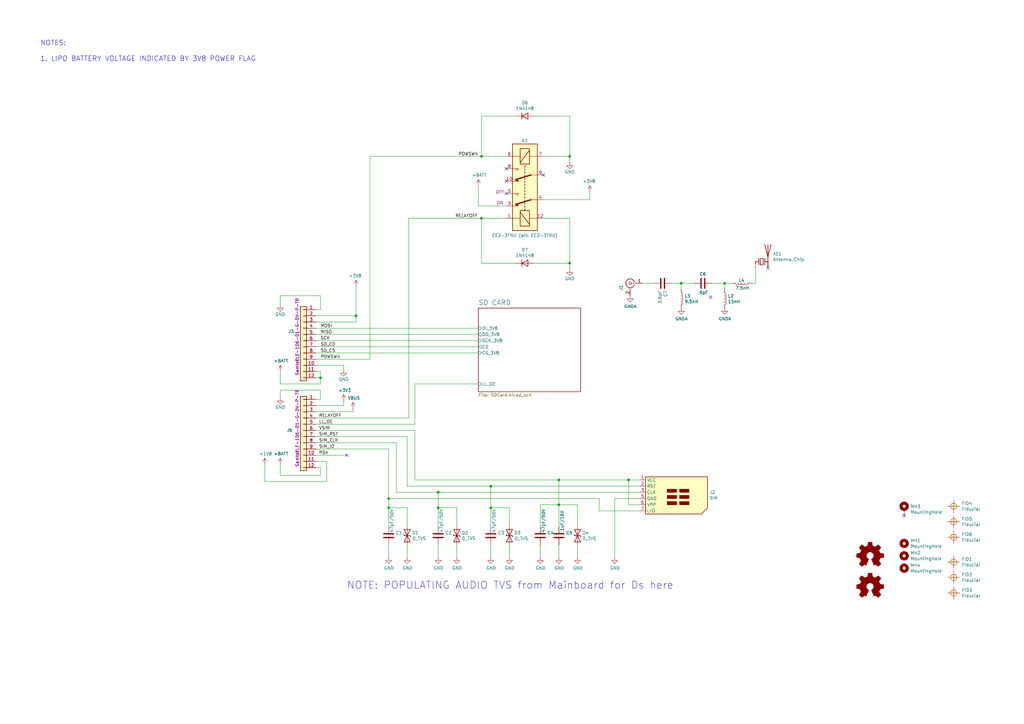
<source format=kicad_sch>
(kicad_sch (version 20211123) (generator eeschema)
  (paper "A3")
  (title_block (title "4G ROTARY CELLPHONE DAUGHTERBOARD") (company "J. Haupt") (comment 1 "Sky's Edge"))
  (lib_symbols
    (symbol "Connector:Conn_Coaxial" (pin_names (offset 1.016) hide)
      (property "Reference" "J" (at 0.254 3.048 0))
      (property "Value" "Conn_Coaxial" (at 2.921 0 90))
      (symbol "Conn_Coaxial_0_1"
        (arc (start -1.778 -0.508) (mid 0.222 -1.808) (end 1.778 0) (stroke (width 0.254)))
        (polyline (pts (xy -2.54 0) (xy -0.508 0)))
        (polyline (pts (xy 0 -2.54) (xy 0 -1.778)))
        (circle (center 0 0) (radius 0.508) (stroke (width 0.2032)))
        (arc (start 1.778 0) (mid 0.222 1.8083) (end -1.778 0.508) (stroke (width 0.254)))
      )
      (symbol "Conn_Coaxial_1_1"
        (pin passive line (at -5.08 0 0) (length 2.54) (name "In") (number "1"))
        (pin passive line (at 0 -5.08 90) (length 2.54) (name "Ext") (number "2"))
      )
    )
    (symbol "Connector:SIM_Card"
      (property "Reference" "J" (at -2.54 12.7 0))
      (property "Value" "SIM_Card" (at -1.27 10.16 0))
      (symbol "SIM_Card_0_1"
        (rectangle (start -1.27 -2.54) (end 2.54 -1.27) (stroke (width 0.254)) (fill (type outline)))
        (rectangle (start -1.27 0) (end 2.54 1.27) (stroke (width 0.254)) (fill (type outline)))
        (rectangle (start -1.27 2.54) (end 2.54 3.81) (stroke (width 0.254)) (fill (type outline)))
        (polyline (pts (xy -10.16 8.89) (xy 15.24 8.89) (xy 15.24 -3.81) (xy 12.7 -6.35) (xy -10.16 -6.35) (xy -10.16 8.89)) (stroke (width 0.254)) (fill (type background)))
        (rectangle (start 3.81 -1.27) (end 7.62 -2.54) (stroke (width 0.254)) (fill (type outline)))
        (rectangle (start 3.81 0) (end 7.62 1.27) (stroke (width 0.254)) (fill (type outline)))
        (rectangle (start 3.81 2.54) (end 7.62 3.81) (stroke (width 0.254)) (fill (type outline)))
      )
      (symbol "SIM_Card_1_1"
        (pin power_in line (at -12.7 7.62 0) (length 2.54) (name "VCC") (number "1"))
        (pin input line (at -12.7 5.08 0) (length 2.54) (name "RST") (number "2"))
        (pin input line (at -12.7 2.54 0) (length 2.54) (name "CLK") (number "3"))
        (pin power_in line (at -12.7 0 0) (length 2.54) (name "GND") (number "5"))
        (pin input line (at -12.7 -2.54 0) (length 2.54) (name "VPP") (number "6"))
        (pin bidirectional line (at -12.7 -5.08 0) (length 2.54) (name "I/O") (number "7"))
      )
    )
    (symbol "Connector_Generic:Conn_01x12" (pin_names (offset 1.016) hide)
      (property "Reference" "J" (at 0 15.24 0))
      (property "Value" "Conn_01x12" (at 0 -17.78 0))
      (symbol "Conn_01x12_1_1"
        (rectangle (start -1.27 -15.113) (end 0 -15.367) (stroke (width 0.1524)))
        (rectangle (start -1.27 -12.573) (end 0 -12.827) (stroke (width 0.1524)))
        (rectangle (start -1.27 -10.033) (end 0 -10.287) (stroke (width 0.1524)))
        (rectangle (start -1.27 -7.493) (end 0 -7.747) (stroke (width 0.1524)))
        (rectangle (start -1.27 -4.953) (end 0 -5.207) (stroke (width 0.1524)))
        (rectangle (start -1.27 -2.413) (end 0 -2.667) (stroke (width 0.1524)))
        (rectangle (start -1.27 0.127) (end 0 -0.127) (stroke (width 0.1524)))
        (rectangle (start -1.27 2.667) (end 0 2.413) (stroke (width 0.1524)))
        (rectangle (start -1.27 5.207) (end 0 4.953) (stroke (width 0.1524)))
        (rectangle (start -1.27 7.747) (end 0 7.493) (stroke (width 0.1524)))
        (rectangle (start -1.27 10.287) (end 0 10.033) (stroke (width 0.1524)))
        (rectangle (start -1.27 12.827) (end 0 12.573) (stroke (width 0.1524)))
        (rectangle (start -1.27 13.97) (end 1.27 -16.51) (stroke (width 0.254)) (fill (type background)))
        (pin passive line (at -5.08 12.7 0) (length 3.81) (name "Pin_1") (number "1"))
        (pin passive line (at -5.08 -10.16 0) (length 3.81) (name "Pin_10") (number "10"))
        (pin passive line (at -5.08 -12.7 0) (length 3.81) (name "Pin_11") (number "11"))
        (pin passive line (at -5.08 -15.24 0) (length 3.81) (name "Pin_12") (number "12"))
        (pin passive line (at -5.08 10.16 0) (length 3.81) (name "Pin_2") (number "2"))
        (pin passive line (at -5.08 7.62 0) (length 3.81) (name "Pin_3") (number "3"))
        (pin passive line (at -5.08 5.08 0) (length 3.81) (name "Pin_4") (number "4"))
        (pin passive line (at -5.08 2.54 0) (length 3.81) (name "Pin_5") (number "5"))
        (pin passive line (at -5.08 0 0) (length 3.81) (name "Pin_6") (number "6"))
        (pin passive line (at -5.08 -2.54 0) (length 3.81) (name "Pin_7") (number "7"))
        (pin passive line (at -5.08 -5.08 0) (length 3.81) (name "Pin_8") (number "8"))
        (pin passive line (at -5.08 -7.62 0) (length 3.81) (name "Pin_9") (number "9"))
      )
    )
    (symbol "Device:Antenna_Chip" (pin_numbers hide) (pin_names (offset 1.016) hide)
      (property "Reference" "AE" (at 0 5.08 0))
      (property "Value" "Antenna_Chip" (at 0 3.175 0))
      (symbol "Antenna_Chip_0_1"
        (polyline (pts (xy -2.54 0) (xy -2.54 -0.635)) (stroke (width 0.254)))
        (polyline (pts (xy -2.54 0) (xy -1.27 0)) (stroke (width 0.254)))
        (polyline (pts (xy 1.27 0) (xy 2.54 0)) (stroke (width 0.254)))
        (polyline (pts (xy 1.27 1.27) (xy 1.27 -1.27)) (stroke (width 0.254)))
        (polyline (pts (xy 2.54 -0.635) (xy 2.54 0)))
        (polyline (pts (xy 2.54 6.985) (xy 2.54 -1.905)) (stroke (width 0.254)))
        (polyline (pts (xy -1.27 1.27) (xy -1.27 -1.27) (xy -1.27 0)) (stroke (width 0.254)))
        (polyline (pts (xy 3.81 6.985) (xy 2.54 1.905) (xy 1.27 6.985)) (stroke (width 0.254)))
        (polyline (pts (xy -0.635 1.27) (xy 0.635 1.27) (xy 0.635 -1.27) (xy -0.635 -1.27) (xy -0.635 1.27)) (stroke (width 0.254)))
      )
      (symbol "Antenna_Chip_1_1"
        (pin input line (at -2.54 -2.54 90) (length 2.54) (name "FEED") (number "1"))
        (pin passive line (at 2.54 -2.54 90) (length 2.54) (name "PCB_Trace") (number "2"))
      )
    )
    (symbol "Device:C" (pin_numbers hide) (pin_names (offset 0.254))
      (property "Reference" "C" (at 0.635 2.54 0))
      (property "Value" "C" (at 0.635 -2.54 0))
      (symbol "C_0_1"
        (polyline (pts (xy -2.032 -0.762) (xy 2.032 -0.762)) (stroke (width 0.508)))
        (polyline (pts (xy -2.032 0.762) (xy 2.032 0.762)) (stroke (width 0.508)))
      )
      (symbol "C_1_1"
        (pin passive line (at 0 3.81 270) (length 2.794) (name "~") (number "1"))
        (pin passive line (at 0 -3.81 90) (length 2.794) (name "~") (number "2"))
      )
    )
    (symbol "Device:D_TVS" (pin_numbers hide) (pin_names (offset 1.016) hide)
      (property "Reference" "D" (at 0 2.54 0))
      (property "Value" "D_TVS" (at 0 -2.54 0))
      (symbol "D_TVS_0_1"
        (polyline (pts (xy 1.27 0) (xy -1.27 0)))
        (polyline (pts (xy 0.508 1.27) (xy 0 1.27) (xy 0 -1.27) (xy -0.508 -1.27)) (stroke (width 0.254)))
        (polyline (pts (xy -2.54 1.27) (xy -2.54 -1.27) (xy 2.54 1.27) (xy 2.54 -1.27) (xy -2.54 1.27)) (stroke (width 0.254)))
      )
      (symbol "D_TVS_1_1"
        (pin passive line (at -3.81 0 0) (length 2.54) (name "A1") (number "1"))
        (pin passive line (at 3.81 0 180) (length 2.54) (name "A2") (number "2"))
      )
    )
    (symbol "Device:L" (pin_numbers hide) (pin_names (offset 1.016) hide)
      (property "Reference" "L" (at -1.27 0 90))
      (property "Value" "L" (at 1.905 0 90))
      (symbol "L_0_1"
        (arc (start 0 -2.54) (mid 0.635 -1.905) (end 0 -1.27))
        (arc (start 0 -1.27) (mid 0.635 -0.635) (end 0 0))
        (arc (start 0 0) (mid 0.635 0.635) (end 0 1.27))
        (arc (start 0 1.27) (mid 0.635 1.905) (end 0 2.54))
      )
      (symbol "L_1_1"
        (pin passive line (at 0 3.81 270) (length 1.27) (name "1") (number "1"))
        (pin passive line (at 0 -3.81 90) (length 1.27) (name "2") (number "2"))
      )
    )
    (symbol "Diode:1N4148" (pin_numbers hide) (pin_names (offset 1.016) hide)
      (property "Reference" "D" (at 0 2.54 0))
      (property "Value" "1N4148" (at 0 -2.54 0))
      (symbol "1N4148_0_1"
        (polyline (pts (xy -1.27 1.27) (xy -1.27 -1.27)) (stroke (width 0.254)))
        (polyline (pts (xy 1.27 0) (xy -1.27 0)))
        (polyline (pts (xy 1.27 1.27) (xy 1.27 -1.27) (xy -1.27 0) (xy 1.27 1.27)) (stroke (width 0.254)))
      )
      (symbol "1N4148_1_1"
        (pin passive line (at -3.81 0 0) (length 2.54) (name "K") (number "1"))
        (pin passive line (at 3.81 0 180) (length 2.54) (name "A") (number "2"))
      )
    )
    (symbol "Graphic:Logo_Open_Hardware_Small" (pin_names (offset 1.016))
      (symbol "Logo_Open_Hardware_Small_0_1"
        (polyline (pts (xy 3.3528 -4.3434) (xy 3.302 -4.318) (xy 3.175 -4.2418) (xy 2.9972 -4.1148) (xy 2.7686 -3.9624) (xy 2.54 -3.81) (xy 2.3622 -3.7084) (xy 2.2352 -3.6068) (xy 2.1844 -3.5814) (xy 2.159 -3.6068) (xy 2.0574 -3.6576) (xy 1.905 -3.7338) (xy 1.8034 -3.7846) (xy 1.6764 -3.8354) (xy 1.6002 -3.8354) (xy 1.6002 -3.8354) (xy 1.5494 -3.7338) (xy 1.4732 -3.5306) (xy 1.3462 -3.302) (xy 1.2446 -3.0226) (xy 1.1176 -2.7178) (xy 0.9652 -2.413) (xy 0.8636 -2.1082) (xy 0.7366 -1.8288) (xy 0.6604 -1.6256) (xy 0.6096 -1.4732) (xy 0.5842 -1.397) (xy 0.5842 -1.397) (xy 0.6604 -1.3208) (xy 0.7874 -1.2446) (xy 1.0414 -1.016) (xy 1.2954 -0.6858) (xy 1.4478 -0.3302) (xy 1.524 0.0762) (xy 1.4732 0.4572) (xy 1.3208 0.8128) (xy 1.0668 1.143) (xy 0.762 1.3716) (xy 0.4064 1.524) (xy 0 1.5748) (xy -0.381 1.5494) (xy -0.7366 1.397) (xy -1.0668 1.143) (xy -1.2192 0.9906) (xy -1.397 0.6604) (xy -1.524 0.3048) (xy -1.524 0.2286) (xy -1.4986 -0.1778) (xy -1.397 -0.5334) (xy -1.1938 -0.8636) (xy -0.9144 -1.143) (xy -0.8636 -1.1684) (xy -0.7366 -1.27) (xy -0.635 -1.3462) (xy -0.5842 -1.397) (xy -1.0668 -2.5908) (xy -1.143 -2.794) (xy -1.2954 -3.1242) (xy -1.397 -3.4036) (xy -1.4986 -3.6322) (xy -1.5748 -3.7846) (xy -1.6002 -3.8354) (xy -1.6002 -3.8354) (xy -1.651 -3.8354) (xy -1.7272 -3.81) (xy -1.905 -3.7338) (xy -2.0066 -3.683) (xy -2.1336 -3.6068) (xy -2.2098 -3.5814) (xy -2.2606 -3.6068) (xy -2.3622 -3.683) (xy -2.54 -3.81) (xy -2.7686 -3.9624) (xy -2.9718 -4.0894) (xy -3.1496 -4.2164) (xy -3.302 -4.318) (xy -3.3528 -4.3434) (xy -3.3782 -4.3434) (xy -3.429 -4.318) (xy -3.5306 -4.2164) (xy -3.7084 -4.064) (xy -3.937 -3.8354) (xy -3.9624 -3.81) (xy -4.1656 -3.6068) (xy -4.318 -3.4544) (xy -4.4196 -3.3274) (xy -4.445 -3.2766) (xy -4.445 -3.2766) (xy -4.4196 -3.2258) (xy -4.318 -3.0734) (xy -4.2164 -2.8956) (xy -4.064 -2.667) (xy -3.6576 -2.0828) (xy -3.8862 -1.5494) (xy -3.937 -1.3716) (xy -4.0386 -1.1684) (xy -4.0894 -1.0414) (xy -4.1148 -0.9652) (xy -4.191 -0.9398) (xy -4.318 -0.9144) (xy -4.5466 -0.8636) (xy -4.8006 -0.8128) (xy -5.0546 -0.7874) (xy -5.2578 -0.7366) (xy -5.4356 -0.7112) (xy -5.5118 -0.6858) (xy -5.5118 -0.6858) (xy -5.5372 -0.635) (xy -5.5372 -0.5588) (xy -5.5372 -0.4318) (xy -5.5626 -0.2286) (xy -5.5626 0.0762) (xy -5.5626 0.127) (xy -5.5372 0.4064) (xy -5.5372 0.635) (xy -5.5372 0.762) (xy -5.5372 0.8382) (xy -5.5372 0.8382) (xy -5.461 0.8382) (xy -5.3086 0.889) (xy -5.08 0.9144) (xy -4.826 0.9652) (xy -4.8006 0.9906) (xy -4.5466 1.0414) (xy -4.318 1.0668) (xy -4.1656 1.1176) (xy -4.0894 1.143) (xy -4.0894 1.143) (xy -4.0386 1.2446) (xy -3.9624 1.4224) (xy -3.8608 1.6256) (xy -3.7846 1.8288) (xy -3.7084 2.0066) (xy -3.6576 2.159) (xy -3.6322 2.2098) (xy -3.6322 2.2098) (xy -3.683 2.286) (xy -3.7592 2.413) (xy -3.8862 2.5908) (xy -4.064 2.8194) (xy -4.064 2.8448) (xy -4.2164 3.0734) (xy -4.3434 3.2512) (xy -4.4196 3.3782) (xy -4.445 3.4544) (xy -4.445 3.4544) (xy -4.3942 3.5052) (xy -4.2926 3.6322) (xy -4.1148 3.81) (xy -3.937 4.0132) (xy -3.8608 4.064) (xy -3.6576 4.2926) (xy -3.5052 4.4196) (xy -3.4036 4.4958) (xy -3.3528 4.5212) (xy -3.3528 4.5212) (xy -3.302 4.4704) (xy -3.1496 4.3688) (xy -2.9718 4.2418) (xy -2.7432 4.0894) (xy -2.7178 4.0894) (xy -2.4892 3.937) (xy -2.3114 3.81) (xy -2.1844 3.7084) (xy -2.1336 3.683) (xy -2.1082 3.683) (xy -2.032 3.7084) (xy -1.8542 3.7592) (xy -1.6764 3.8354) (xy -1.4732 3.937) (xy -1.27 4.0132) (xy -1.143 4.064) (xy -1.0668 4.1148) (xy -1.0668 4.1148) (xy -1.0414 4.191) (xy -1.016 4.3434) (xy -0.9652 4.572) (xy -0.9144 4.8514) (xy -0.889 4.9022) (xy -0.8382 5.1562) (xy -0.8128 5.3848) (xy -0.7874 5.5372) (xy -0.762 5.588) (xy -0.7112 5.6134) (xy -0.5842 5.6134) (xy -0.4064 5.6134) (xy -0.1524 5.6134) (xy 0.0762 5.6134) (xy 0.3302 5.6134) (xy 0.5334 5.6134) (xy 0.6858 5.588) (xy 0.7366 5.588) (xy 0.7366 5.588) (xy 0.762 5.5118) (xy 0.8128 5.334) (xy 0.8382 5.1054) (xy 0.9144 4.826) (xy 0.9144 4.7752) (xy 0.9652 4.5212) (xy 1.016 4.2926) (xy 1.0414 4.1402) (xy 1.0668 4.0894) (xy 1.0668 4.0894) (xy 1.1938 4.0386) (xy 1.3716 3.9624) (xy 1.5748 3.8608) (xy 2.0828 3.6576) (xy 2.7178 4.0894) (xy 2.7686 4.1402) (xy 2.9972 4.2926) (xy 3.175 4.4196) (xy 3.302 4.4958) (xy 3.3782 4.5212) (xy 3.3782 4.5212) (xy 3.429 4.4704) (xy 3.556 4.3434) (xy 3.7338 4.191) (xy 3.9116 3.9878) (xy 4.064 3.8354) (xy 4.2418 3.6576) (xy 4.3434 3.556) (xy 4.4196 3.4798) (xy 4.4196 3.429) (xy 4.4196 3.4036) (xy 4.3942 3.3274) (xy 4.2926 3.2004) (xy 4.1656 2.9972) (xy 4.0132 2.794) (xy 3.8862 2.5908) (xy 3.7592 2.3876) (xy 3.6576 2.2352) (xy 3.6322 2.159) (xy 3.6322 2.1336) (xy 3.683 2.0066) (xy 3.7592 1.8288) (xy 3.8608 1.6002) (xy 4.064 1.1176) (xy 4.3942 1.0414) (xy 4.5974 1.016) (xy 4.8768 0.9652) (xy 5.1308 0.9144) (xy 5.5372 0.8382) (xy 5.5626 -0.6604) (xy 5.4864 -0.6858) (xy 5.4356 -0.6858) (xy 5.2832 -0.7366) (xy 5.0546 -0.762) (xy 4.8006 -0.8128) (xy 4.5974 -0.8636) (xy 4.3688 -0.9144) (xy 4.2164 -0.9398) (xy 4.1402 -0.9398) (xy 4.1148 -0.9652) (xy 4.064 -1.0668) (xy 3.9878 -1.2446) (xy 3.9116 -1.4478) (xy 3.81 -1.651) (xy 3.7338 -1.8542) (xy 3.683 -2.0066) (xy 3.6576 -2.0828) (xy 3.683 -2.1336) (xy 3.7846 -2.2606) (xy 3.8862 -2.4638) (xy 4.0386 -2.667) (xy 4.191 -2.8956) (xy 4.318 -3.0734) (xy 4.3942 -3.2004) (xy 4.445 -3.2766) (xy 4.4196 -3.3274) (xy 4.3434 -3.429) (xy 4.1656 -3.5814) (xy 3.937 -3.8354) (xy 3.8862 -3.8608) (xy 3.683 -4.064) (xy 3.5306 -4.2164) (xy 3.4036 -4.318) (xy 3.3528 -4.3434)) (fill (type outline)))
      )
    )
    (symbol "Mechanical:MountingHole" (pin_names (offset 1.016))
      (property "Reference" "H" (at 0 5.08 0))
      (property "Value" "MountingHole" (at 0 3.175 0))
      (symbol "MountingHole_0_1"
        (circle (center 0 0) (radius 1.27) (stroke (width 1.27)))
      )
    )
    (symbol "Mechanical:MountingHole_Pad" (pin_numbers hide) (pin_names (offset 1.016) hide)
      (property "Reference" "H" (at 0 6.35 0))
      (property "Value" "MountingHole_Pad" (at 0 4.445 0))
      (symbol "MountingHole_Pad_0_1"
        (circle (center 0 1.27) (radius 1.27) (stroke (width 1.27)))
      )
      (symbol "MountingHole_Pad_1_1"
        (pin input line (at 0 -2.54 90) (length 2.54) (name "1") (number "1"))
      )
    )
    (symbol "MyLibrary:Fiducial" (pin_names (offset 1.016))
      (property "Reference" "FID" (at 0 -3.81 0))
      (property "Value" "MyLibrary_Fiducial" (at 0 3.81 0))
      (symbol "Fiducial_0_1"
        (polyline (pts (xy -2.54 0) (xy 2.54 0)))
        (polyline (pts (xy 0 -2.54) (xy 0 2.54)))
        (circle (center 0 0) (radius 1.27) (fill (type background)))
      )
    )
    (symbol "MyLibrary:RELAY_2COIL" (pin_names (offset 1.016))
      (property "Reference" "K" (at -17.78 6.35 0))
      (property "Value" "MyLibrary_RELAY_2COIL" (at 20.32 -6.35 0))
      (symbol "RELAY_2COIL_1_1"
        (rectangle (start -17.78 5.08) (end 17.78 -5.08) (stroke (width 0.254)) (fill (type background)))
        (rectangle (start -15.875 1.905) (end -9.525 -1.905) (stroke (width 0.254)))
        (polyline (pts (xy -15.24 -1.905) (xy -10.16 1.905)) (stroke (width 0.254)))
        (polyline (pts (xy -12.7 -5.08) (xy -12.7 -1.905)))
        (polyline (pts (xy -12.7 5.08) (xy -12.7 1.905)))
        (polyline (pts (xy -9.525 0) (xy -8.89 0)) (stroke (width 0.254)))
        (polyline (pts (xy -9.525 0) (xy -8.89 0)) (stroke (width 0.254)))
        (polyline (pts (xy -8.255 0) (xy -7.62 0)) (stroke (width 0.254)))
        (polyline (pts (xy -7.62 2.54) (xy -7.62 5.08)))
        (polyline (pts (xy -6.985 0) (xy -6.35 0)) (stroke (width 0.254)))
        (polyline (pts (xy -5.715 0) (xy -5.08 0)) (stroke (width 0.254)))
        (polyline (pts (xy -5.08 -2.54) (xy -6.985 3.81)) (stroke (width 0.508)))
        (polyline (pts (xy -5.08 -2.54) (xy -5.08 -5.08)))
        (polyline (pts (xy -4.445 0) (xy -3.81 0)) (stroke (width 0.254)))
        (polyline (pts (xy -3.175 0) (xy -2.54 0)) (stroke (width 0.254)))
        (polyline (pts (xy -2.54 2.54) (xy -2.54 5.08)))
        (polyline (pts (xy -1.905 0) (xy -1.27 0)) (stroke (width 0.254)))
        (polyline (pts (xy -0.635 0) (xy 0 0)) (stroke (width 0.254)))
        (polyline (pts (xy 0.635 0) (xy 1.27 0)) (stroke (width 0.254)))
        (polyline (pts (xy 1.905 0) (xy 2.54 0)) (stroke (width 0.254)))
        (polyline (pts (xy 2.54 2.54) (xy 2.54 5.08)))
        (polyline (pts (xy 3.175 0) (xy 3.81 0)) (stroke (width 0.254)))
        (polyline (pts (xy 4.445 0) (xy 5.08 0)) (stroke (width 0.254)))
        (polyline (pts (xy 5.08 -2.54) (xy 3.175 3.81)) (stroke (width 0.508)))
        (polyline (pts (xy 5.08 -2.54) (xy 5.08 -5.08)))
        (polyline (pts (xy 5.715 0) (xy 6.35 0)) (stroke (width 0.254)))
        (polyline (pts (xy 6.985 0) (xy 7.62 0)) (stroke (width 0.254)))
        (polyline (pts (xy 7.62 2.54) (xy 7.62 5.08)))
        (polyline (pts (xy 8.255 0) (xy 8.89 0)) (stroke (width 0.254)))
        (polyline (pts (xy 8.255 0) (xy 8.89 0)) (stroke (width 0.254)))
        (polyline (pts (xy 12.7 -5.08) (xy 12.7 -1.905)))
        (polyline (pts (xy 12.7 5.08) (xy 12.7 1.905)))
        (polyline (pts (xy 15.24 -1.905) (xy 10.16 1.905)) (stroke (width 0.254)))
        (polyline (pts (xy -7.62 2.54) (xy -6.985 3.175) (xy -7.62 3.81)) (fill (type outline)))
        (polyline (pts (xy -2.54 2.54) (xy -3.175 3.175) (xy -2.54 3.81)))
        (polyline (pts (xy 2.54 2.54) (xy 3.175 3.175) (xy 2.54 3.81)) (fill (type outline)))
        (polyline (pts (xy 7.62 2.54) (xy 6.985 3.175) (xy 7.62 3.81)))
        (rectangle (start 15.875 1.905) (end 9.525 -1.905) (stroke (width 0.254)))
        (pin passive line (at -12.7 7.62 270) (length 2.54) (name "~") (number "1"))
        (pin passive line (at 2.54 7.62 270) (length 2.54) (name "~") (number "10"))
        (pin passive line (at -12.7 -7.62 90) (length 2.54) (name "~") (number "12"))
        (pin passive line (at -7.62 7.62 270) (length 2.54) (name "~") (number "3"))
        (pin passive line (at -5.08 -7.62 90) (length 2.54) (name "~") (number "4"))
        (pin passive line (at -2.54 7.62 270) (length 2.54) (name "~") (number "5"))
        (pin passive line (at 12.7 7.62 270) (length 2.54) (name "~") (number "6"))
        (pin passive line (at 12.7 -7.62 90) (length 2.54) (name "~") (number "7"))
        (pin passive line (at 7.62 7.62 270) (length 2.54) (name "~") (number "8"))
        (pin passive line (at 5.08 -7.62 90) (length 2.54) (name "~") (number "9"))
      )
    )
    (symbol "power:+1V8" (power) (pin_names (offset 0))
      (property "Value" "+1V8" (at 0 3.556 0))
      (symbol "+1V8_0_1"
        (polyline (pts (xy -0.762 1.27) (xy 0 2.54)))
        (polyline (pts (xy 0 0) (xy 0 2.54)))
        (polyline (pts (xy 0 2.54) (xy 0.762 1.27)))
      )
      (symbol "+1V8_1_1"
        (pin power_in line (at 0 0 90) (length 0) hide (name "+1V8") (number "1"))
      )
    )
    (symbol "power:+3V3" (power) (pin_names (offset 0))
      (property "Value" "+3V3" (at 0 3.556 0))
      (symbol "+3V3_0_1"
        (polyline (pts (xy -0.762 1.27) (xy 0 2.54)))
        (polyline (pts (xy 0 0) (xy 0 2.54)))
        (polyline (pts (xy 0 2.54) (xy 0.762 1.27)))
      )
      (symbol "+3V3_1_1"
        (pin power_in line (at 0 0 90) (length 0) hide (name "+3V3") (number "1"))
      )
    )
    (symbol "power:+3V8" (power) (pin_names (offset 0))
      (property "Value" "+3V8" (at 0 3.556 0))
      (symbol "+3V8_0_1"
        (polyline (pts (xy -0.762 1.27) (xy 0 2.54)))
        (polyline (pts (xy 0 0) (xy 0 2.54)))
        (polyline (pts (xy 0 2.54) (xy 0.762 1.27)))
      )
      (symbol "+3V8_1_1"
        (pin power_in line (at 0 0 90) (length 0) hide (name "+3V8") (number "1"))
      )
    )
    (symbol "power:+BATT" (power) (pin_names (offset 0))
      (property "Value" "+BATT" (at 0 3.556 0))
      (symbol "+BATT_0_1"
        (polyline (pts (xy -0.762 1.27) (xy 0 2.54)))
        (polyline (pts (xy 0 0) (xy 0 2.54)))
        (polyline (pts (xy 0 2.54) (xy 0.762 1.27)))
      )
      (symbol "+BATT_1_1"
        (pin power_in line (at 0 0 90) (length 0) hide (name "+BATT") (number "1"))
      )
    )
    (symbol "power:GND" (power) (pin_names (offset 0))
      (property "Value" "GND" (at 0 -3.81 0))
      (symbol "GND_0_1"
        (polyline (pts (xy 0 0) (xy 0 -1.27) (xy 1.27 -1.27) (xy 0 -2.54) (xy -1.27 -1.27) (xy 0 -1.27)))
      )
      (symbol "GND_1_1"
        (pin power_in line (at 0 0 270) (length 0) hide (name "GND") (number "1"))
      )
    )
    (symbol "power:GNDA" (power) (pin_names (offset 0))
      (property "Value" "GNDA" (at 0 -3.81 0))
      (symbol "GNDA_0_1"
        (polyline (pts (xy 0 0) (xy 0 -1.27) (xy 1.27 -1.27) (xy 0 -2.54) (xy -1.27 -1.27) (xy 0 -1.27)))
      )
      (symbol "GNDA_1_1"
        (pin power_in line (at 0 0 270) (length 0) hide (name "GNDA") (number "1"))
      )
    )
    (symbol "power:VBUS" (power) (pin_names (offset 0))
      (property "Value" "VBUS" (at 0 3.81 0))
      (symbol "VBUS_0_1"
        (polyline (pts (xy -0.762 1.27) (xy 0 2.54)))
        (polyline (pts (xy 0 0) (xy 0 2.54)))
        (polyline (pts (xy 0 2.54) (xy 0.762 1.27)))
      )
      (symbol "VBUS_1_1"
        (pin power_in line (at 0 0 90) (length 0) hide (name "VBUS") (number "1"))
      )
    )
  )
  (junction (at 201.295 208.28))
  (junction (at 233.68 64.135))
  (junction (at 179.705 201.93))
  (junction (at 233.68 107.95))
  (junction (at 229.235 196.85))
  (junction (at 197.485 89.535))
  (junction (at 159.385 208.28))
  (junction (at 131.445 154.94))
  (junction (at 257.81 196.85))
  (junction (at 201.295 199.39))
  (junction (at 229.235 207.01))
  (junction (at 197.485 64.135))
  (junction (at 179.705 208.28))
  (junction (at 279.4 116.205))
  (junction (at 146.05 129.54))
  (junction (at 159.385 204.47))
  (junction (at 297.18 116.205))
  (no_connect (at 207.645 69.215))
  (no_connect (at 207.645 74.295))
  (no_connect (at 314.96 109.855))
  (no_connect (at 207.645 79.375))
  (no_connect (at 222.885 71.755))
  (no_connect (at 142.24 186.69))
  (no_connect (at 291.465 121.92))
  (no_connect (at 370.84 211.455))
  (wire (pts (xy 197.485 64.135) (xy 197.485 47.625)))
  (wire (pts (xy 262.255 204.47) (xy 252.095 204.47)))
  (wire (pts (xy 133.985 189.23) (xy 133.985 197.485)))
  (wire (pts (xy 201.295 208.28) (xy 201.295 199.39)))
  (wire (pts (xy 144.78 168.91) (xy 129.54 168.91)))
  (wire (pts (xy 229.235 196.85) (xy 170.18 196.85)))
  (wire (pts (xy 129.54 132.08) (xy 146.05 132.08)))
  (wire (pts (xy 133.985 197.485) (xy 108.585 197.485)))
  (wire (pts (xy 179.705 215.9) (xy 179.705 208.28)))
  (wire (pts (xy 229.235 196.85) (xy 257.81 196.85)))
  (wire (pts (xy 170.18 196.85) (xy 170.18 176.53)))
  (wire (pts (xy 146.05 132.08) (xy 146.05 129.54)))
  (wire (pts (xy 257.81 196.85) (xy 262.255 196.85)))
  (wire (pts (xy 129.54 144.78) (xy 196.215 144.78)))
  (wire (pts (xy 131.445 163.83) (xy 131.445 160.02)))
  (wire (pts (xy 201.295 215.9) (xy 201.295 208.28)))
  (wire (pts (xy 167.005 199.39) (xy 201.295 199.39)))
  (wire (pts (xy 262.255 207.01) (xy 257.81 207.01)))
  (wire (pts (xy 236.855 215.9) (xy 236.855 207.01)))
  (wire (pts (xy 146.05 117.475) (xy 146.05 129.54)))
  (wire (pts (xy 201.295 199.39) (xy 262.255 199.39)))
  (wire (pts (xy 201.295 223.52) (xy 201.295 228.6)))
  (wire (pts (xy 233.68 64.135) (xy 222.885 64.135)))
  (wire (pts (xy 114.935 160.02) (xy 114.935 163.195)))
  (wire (pts (xy 151.765 64.135) (xy 197.485 64.135)))
  (wire (pts (xy 279.4 118.745) (xy 279.4 116.205)))
  (wire (pts (xy 236.855 228.6) (xy 236.855 223.52)))
  (wire (pts (xy 187.325 208.28) (xy 179.705 208.28)))
  (wire (pts (xy 179.705 208.28) (xy 179.705 201.93)))
  (wire (pts (xy 245.745 204.47) (xy 245.745 209.55)))
  (wire (pts (xy 211.455 107.95) (xy 197.485 107.95)))
  (wire (pts (xy 309.88 116.205) (xy 307.975 116.205)))
  (wire (pts (xy 167.64 89.535) (xy 197.485 89.535)))
  (wire (pts (xy 129.54 179.07) (xy 167.005 179.07)))
  (wire (pts (xy 236.855 207.01) (xy 229.235 207.01)))
  (wire (pts (xy 131.445 154.94) (xy 131.445 157.48)))
  (wire (pts (xy 129.54 186.69) (xy 142.24 186.69)))
  (wire (pts (xy 129.54 163.83) (xy 131.445 163.83)))
  (wire (pts (xy 146.05 129.54) (xy 129.54 129.54)))
  (wire (pts (xy 241.935 81.915) (xy 241.935 78.74)))
  (wire (pts (xy 129.54 152.4) (xy 131.445 152.4)))
  (wire (pts (xy 297.18 118.745) (xy 297.18 116.205)))
  (wire (pts (xy 197.485 47.625) (xy 211.455 47.625)))
  (wire (pts (xy 129.54 166.37) (xy 140.97 166.37)))
  (wire (pts (xy 229.235 215.9) (xy 229.235 207.01)))
  (wire (pts (xy 151.765 147.32) (xy 151.765 64.135)))
  (wire (pts (xy 108.585 197.485) (xy 108.585 190.5)))
  (wire (pts (xy 233.68 66.675) (xy 233.68 64.135)))
  (wire (pts (xy 129.54 149.86) (xy 140.97 149.86)))
  (wire (pts (xy 196.215 84.455) (xy 207.645 84.455)))
  (wire (pts (xy 129.54 184.15) (xy 159.385 184.15)))
  (wire (pts (xy 179.705 223.52) (xy 179.705 228.6)))
  (wire (pts (xy 309.88 109.855) (xy 309.88 116.205)))
  (wire (pts (xy 170.18 173.99) (xy 170.18 157.48)))
  (wire (pts (xy 229.235 207.01) (xy 221.615 207.01)))
  (wire (pts (xy 219.075 47.625) (xy 233.68 47.625)))
  (wire (pts (xy 129.54 189.23) (xy 133.985 189.23)))
  (wire (pts (xy 140.97 164.465) (xy 140.97 166.37)))
  (wire (pts (xy 114.935 190.5) (xy 114.935 194.945)))
  (wire (pts (xy 208.915 215.9) (xy 208.915 208.28)))
  (wire (pts (xy 167.005 215.9) (xy 167.005 208.28)))
  (wire (pts (xy 233.68 47.625) (xy 233.68 64.135)))
  (wire (pts (xy 170.18 173.99) (xy 129.54 173.99)))
  (wire (pts (xy 167.64 171.45) (xy 167.64 89.535)))
  (wire (pts (xy 245.745 209.55) (xy 262.255 209.55)))
  (wire (pts (xy 197.485 107.95) (xy 197.485 89.535)))
  (wire (pts (xy 114.935 125.095) (xy 114.935 121.285)))
  (wire (pts (xy 159.385 184.15) (xy 159.385 204.47)))
  (wire (pts (xy 263.525 116.205) (xy 267.97 116.205)))
  (wire (pts (xy 159.385 215.9) (xy 159.385 208.28)))
  (wire (pts (xy 222.885 81.915) (xy 241.935 81.915)))
  (wire (pts (xy 114.935 121.285) (xy 131.445 121.285)))
  (wire (pts (xy 221.615 207.01) (xy 221.615 215.9)))
  (wire (pts (xy 131.445 194.945) (xy 131.445 191.77)))
  (wire (pts (xy 279.4 116.205) (xy 284.48 116.205)))
  (wire (pts (xy 159.385 208.28) (xy 159.385 204.47)))
  (wire (pts (xy 196.215 76.2) (xy 196.215 84.455)))
  (wire (pts (xy 208.915 223.52) (xy 208.915 228.6)))
  (wire (pts (xy 162.56 201.93) (xy 179.705 201.93)))
  (wire (pts (xy 207.645 64.135) (xy 197.485 64.135)))
  (wire (pts (xy 140.97 151.765) (xy 140.97 149.86)))
  (wire (pts (xy 129.54 171.45) (xy 167.64 171.45)))
  (wire (pts (xy 222.885 89.535) (xy 233.68 89.535)))
  (wire (pts (xy 300.355 116.205) (xy 297.18 116.205)))
  (wire (pts (xy 129.54 127) (xy 131.445 127)))
  (wire (pts (xy 162.56 181.61) (xy 162.56 201.93)))
  (wire (pts (xy 229.235 223.52) (xy 229.235 228.6)))
  (wire (pts (xy 167.005 179.07) (xy 167.005 199.39)))
  (wire (pts (xy 221.615 223.52) (xy 221.615 228.6)))
  (wire (pts (xy 129.54 147.32) (xy 151.765 147.32)))
  (wire (pts (xy 114.935 157.48) (xy 114.935 152.4)))
  (wire (pts (xy 229.235 207.01) (xy 229.235 196.85)))
  (wire (pts (xy 129.54 137.16) (xy 196.215 137.16)))
  (wire (pts (xy 233.68 107.95) (xy 233.68 89.535)))
  (wire (pts (xy 252.095 204.47) (xy 252.095 228.6)))
  (wire (pts (xy 131.445 157.48) (xy 114.935 157.48)))
  (wire (pts (xy 129.54 142.24) (xy 196.215 142.24)))
  (wire (pts (xy 129.54 191.77) (xy 131.445 191.77)))
  (wire (pts (xy 219.075 107.95) (xy 233.68 107.95)))
  (wire (pts (xy 159.385 204.47) (xy 245.745 204.47)))
  (wire (pts (xy 131.445 127) (xy 131.445 121.285)))
  (wire (pts (xy 170.18 176.53) (xy 129.54 176.53)))
  (wire (pts (xy 129.54 134.62) (xy 196.215 134.62)))
  (wire (pts (xy 159.385 223.52) (xy 159.385 228.6)))
  (wire (pts (xy 257.81 207.01) (xy 257.81 196.85)))
  (wire (pts (xy 297.18 116.205) (xy 292.1 116.205)))
  (wire (pts (xy 167.005 208.28) (xy 159.385 208.28)))
  (wire (pts (xy 208.915 208.28) (xy 201.295 208.28)))
  (wire (pts (xy 129.54 154.94) (xy 131.445 154.94)))
  (wire (pts (xy 170.18 157.48) (xy 196.215 157.48)))
  (wire (pts (xy 114.935 194.945) (xy 131.445 194.945)))
  (wire (pts (xy 207.645 89.535) (xy 197.485 89.535)))
  (wire (pts (xy 233.68 110.49) (xy 233.68 107.95)))
  (wire (pts (xy 167.005 223.52) (xy 167.005 228.6)))
  (wire (pts (xy 187.325 223.52) (xy 187.325 228.6)))
  (wire (pts (xy 131.445 160.02) (xy 114.935 160.02)))
  (wire (pts (xy 187.325 215.9) (xy 187.325 208.28)))
  (wire (pts (xy 129.54 139.7) (xy 196.215 139.7)))
  (wire (pts (xy 144.78 167.64) (xy 144.78 168.91)))
  (wire (pts (xy 129.54 181.61) (xy 162.56 181.61)))
  (wire (pts (xy 279.4 116.205) (xy 275.59 116.205)))
  (wire (pts (xy 131.445 152.4) (xy 131.445 154.94)))
  (wire (pts (xy 179.705 201.93) (xy 262.255 201.93)))
  (text "NOTES:\n\n1. LIPO BATTERY VOLTAGE INDICATED BY 3V8 POWER FLAG" (at 16.51 25.4 0) (effects (font (size 2.0066 2.0066)) (justify left bottom)))
  (text "NOTE: POPULATING AUDIO TVS from Mainboard for Ds here" (at 142.24 241.935 0) (effects (font (size 3 3)) (justify left bottom)))
  (label "SIM_CLK" (at 130.81 181.61 0))
  (label "RELAYOFF" (at 130.81 171.45 0))
  (label "SIM_IO" (at 130.81 184.15 0))
  (label "LL_OE" (at 130.81 173.99 0))
  (label "SIM_RST" (at 130.81 179.07 0))
  (label "SCK" (at 131.445 139.7 0))
  (label "SD_CS" (at 131.445 144.78 0))
  (label "VSIM" (at 130.81 176.53 0))
  (label "RELAYOFF" (at 186.69 89.535 0))
  (label "SD_CD" (at 131.445 142.24 0))
  (label "MOSI" (at 131.445 134.62 0))
  (label "POWSW4" (at 187.96 64.135 0))
  (label "PDn" (at 130.81 186.69 0))
  (label "MISO" (at 131.445 137.16 0))
  (label "POWSW4" (at 131.445 147.32 0))
  (symbol (lib_id "Mechanical:MountingHole") (at 370.84 233.045 0) (unit 1)
    (property "Reference" "MH4" (at 373.38 231.8766 0) (effects (justify left)))
    (property "Value" "MountingHole" (at 373.38 234.188 0) (effects (justify left)))
    (property "Footprint" "MountingHole:MountingHole_2.2mm_M2" (effects hide))
  )
  (symbol (lib_id "MyLibrary:Fiducial") (at 391.16 207.645 0) (unit 1)
    (property "Reference" "FID4" (at 394.4112 206.4766 0) (effects (justify left)))
    (property "Value" "Fiducial" (at 394.4112 208.788 0) (effects (justify left)))
    (property "Footprint" "Fiducial:Fiducial_0.75mm_Dia_1.5mm_Outer" (effects hide))
  )
  (symbol (lib_id "MyLibrary:Fiducial") (at 391.16 213.995 0) (unit 1)
    (property "Reference" "FID5" (at 394.4112 212.8266 0) (effects (justify left)))
    (property "Value" "Fiducial" (at 394.4112 215.138 0) (effects (justify left)))
    (property "Footprint" "Fiducial:Fiducial_0.75mm_Dia_1.5mm_Outer" (effects hide))
  )
  (symbol (lib_id "MyLibrary:Fiducial") (at 391.16 220.345 0) (unit 1)
    (property "Reference" "FID6" (at 394.4112 219.1766 0) (effects (justify left)))
    (property "Value" "Fiducial" (at 394.4112 221.488 0) (effects (justify left)))
    (property "Footprint" "Fiducial:Fiducial_0.75mm_Dia_1.5mm_Outer" (effects hide))
  )
  (symbol (lib_id "Graphic:Logo_Open_Hardware_Small") (at 356.87 227.965 0) (unit 1)
    (property "Reference" "LOGO1" (effects hide))
    (property "Value" "Logo1" (effects hide))
    (property "Footprint" "MyFootprints:SkysEdge_18mm" (effects hide))
  )
  (symbol (lib_id "Graphic:Logo_Open_Hardware_Small") (at 356.87 240.665 0) (unit 1)
    (property "Reference" "LOGO2" (effects hide))
    (property "Value" "Logo2" (effects hide))
    (property "Footprint" "MyFootprints:SkysEdge_18mm" (effects hide))
  )
  (symbol (lib_id "MyLibrary:Fiducial") (at 391.16 236.855 0) (unit 1)
    (property "Reference" "FID2" (at 394.4112 235.6866 0) (effects (justify left)))
    (property "Value" "Fiducial" (at 394.4112 237.998 0) (effects (justify left)))
    (property "Footprint" "Fiducial:Fiducial_0.75mm_Dia_1.5mm_Outer" (effects hide))
  )
  (symbol (lib_id "MyLibrary:Fiducial") (at 391.16 230.505 0) (unit 1)
    (property "Reference" "FID1" (at 394.4112 229.3366 0) (effects (justify left)))
    (property "Value" "Fiducial" (at 394.4112 231.648 0) (effects (justify left)))
    (property "Footprint" "Fiducial:Fiducial_0.75mm_Dia_1.5mm_Outer" (effects hide))
  )
  (symbol (lib_id "MyLibrary:Fiducial") (at 391.16 243.205 0) (unit 1)
    (property "Reference" "FID3" (at 394.4112 242.0366 0) (effects (justify left)))
    (property "Value" "Fiducial" (at 394.4112 244.348 0) (effects (justify left)))
    (property "Footprint" "Fiducial:Fiducial_0.75mm_Dia_1.5mm_Outer" (effects hide))
  )
  (symbol (lib_id "Connector_Generic:Conn_01x12") (at 124.46 139.7 0) (mirror y) (unit 1)
    (property "Reference" "J3" (at 119.38 135.89 0))
    (property "Value" "Conn_01x12" (effects hide))
    (property "Footprint" "MyFootprints:Samtec_2x6HeaderSocket_FLE-106-01-G-DV" (effects hide))
    (property "Mfg. Name" "Samtec" (at 121.92 150.495 90))
    (property "Mfg. Part No." "FLE-106-01-G-DV-P-TR" (at 121.92 135.255 90))
  )
  (symbol (lib_id "Connector_Generic:Conn_01x12") (at 124.46 176.53 0) (mirror y) (unit 1)
    (property "Reference" "J6" (at 118.745 176.53 0))
    (property "Value" "Conn_01x12" (effects hide))
    (property "Footprint" "MyFootprints:Samtec_2x6HeaderSocket_FLE-106-01-G-DV" (effects hide))
    (property "Mfg. Name" "Samtec" (at 121.92 187.96 90))
    (property "Mfg. Part No." "FLE-106-01-G-DV-P-TR" (at 121.92 172.72 90))
  )
  (symbol (lib_id "Connector:SIM_Card") (at 274.955 204.47 0) (unit 1)
    (property "Reference" "J2" (at 290.9316 201.93 0) (effects (justify left)))
    (property "Value" "SIM" (at 290.9316 204.2414 0) (effects (justify left)))
    (property "Footprint" "MyFootprints:SIMHolder_Amph7111S2015X02LF" (effects hide))
    (property "Mfg. Name" "JAE" (effects hide))
    (property "Mfg. Part No." "SF7W006S1AR1000" (effects hide))
    (property "2nd Chc. Mfg. Name" "AVX Corp." (effects hide))
    (property "2nd Chc. Part No." "009162006301150" (effects hide))
  )
  (symbol (lib_id "power:GND") (at 252.095 228.6 0) (unit 1)
    (property "Reference" "#PWR0105" (effects hide))
    (property "Value" "GND" (at 252.222 232.9942 0))
  )
  (symbol (lib_id "Device:C") (at 159.385 219.71 0) (unit 1)
    (property "Reference" "C1" (at 162.306 218.5416 0) (effects (justify left)))
    (property "Value" "47pF/50V" (at 160.655 218.44 90) (effects (justify left)))
    (property "Footprint" "Capacitor_SMD:C_0603_1608Metric" (effects hide))
    (property "Mfg. Name" "Murata" (effects hide))
    (property "Mfg. Part No." "GRM1555C1H470JA01D" (effects hide))
  )
  (symbol (lib_id "Device:C") (at 229.235 219.71 0) (unit 1)
    (property "Reference" "C5" (at 232.156 218.5416 0) (effects (justify left)))
    (property "Value" ".1uF/16V" (at 230.505 218.44 90) (effects (justify left)))
    (property "Footprint" "Capacitor_SMD:C_0603_1608Metric" (effects hide))
    (property "Mfg. Name" "Kemet" (effects hide))
    (property "Mfg. Part No." "C0402C104K4RACTU" (effects hide))
  )
  (symbol (lib_id "Device:D_TVS") (at 167.005 219.71 270) (unit 1)
    (property "Reference" "D1" (at 169.0116 218.5416 90) (effects (justify left)))
    (property "Value" "D_TVS" (at 169.0116 220.853 90) (effects (justify left)))
    (property "Footprint" "Diode_SMD:D_0603_1608Metric" (effects hide))
    (property "Mfg. Name" "Littelfuse" (effects hide))
    (property "Mfg. Part No." "PESD0402-140" (effects hide))
  )
  (symbol (lib_id "Device:D_TVS") (at 187.325 219.71 270) (unit 1)
    (property "Reference" "D2" (at 189.3316 218.5416 90) (effects (justify left)))
    (property "Value" "D_TVS" (at 189.3316 220.853 90) (effects (justify left)))
    (property "Footprint" "Diode_SMD:D_0603_1608Metric" (effects hide))
    (property "Mfg. Name" "Littelfuse" (effects hide))
    (property "Mfg. Part No." "PESD0402-140" (effects hide))
  )
  (symbol (lib_id "Device:D_TVS") (at 208.915 219.71 270) (unit 1)
    (property "Reference" "D3" (at 210.9216 218.5416 90) (effects (justify left)))
    (property "Value" "D_TVS" (at 210.9216 220.853 90) (effects (justify left)))
    (property "Footprint" "Diode_SMD:D_0603_1608Metric" (effects hide))
    (property "Mfg. Name" "Littelfuse" (effects hide))
    (property "Mfg. Part No." "PESD0402-140" (effects hide))
  )
  (symbol (lib_id "Device:D_TVS") (at 236.855 219.71 270) (unit 1)
    (property "Reference" "D4" (at 238.8616 218.5416 90) (effects (justify left)))
    (property "Value" "D_TVS" (at 238.8616 220.853 90) (effects (justify left)))
    (property "Footprint" "Diode_SMD:D_0603_1608Metric" (effects hide))
    (property "Mfg. Name" "Littelfuse" (effects hide))
    (property "Mfg. Part No." "PESD0402-140" (effects hide))
  )
  (symbol (lib_id "power:GND") (at 236.855 228.6 0) (unit 1)
    (property "Reference" "#PWR0106" (effects hide))
    (property "Value" "GND" (at 236.982 232.9942 0))
  )
  (symbol (lib_id "power:GND") (at 229.235 228.6 0) (unit 1)
    (property "Reference" "#PWR0107" (effects hide))
    (property "Value" "GND" (at 229.362 232.9942 0))
  )
  (symbol (lib_id "power:GND") (at 221.615 228.6 0) (unit 1)
    (property "Reference" "#PWR0108" (effects hide))
    (property "Value" "GND" (at 221.742 232.9942 0))
  )
  (symbol (lib_id "power:GND") (at 208.915 228.6 0) (unit 1)
    (property "Reference" "#PWR0109" (effects hide))
    (property "Value" "GND" (at 209.042 232.9942 0))
  )
  (symbol (lib_id "power:GND") (at 201.295 228.6 0) (unit 1)
    (property "Reference" "#PWR0110" (effects hide))
    (property "Value" "GND" (at 201.422 232.9942 0))
  )
  (symbol (lib_id "power:GND") (at 187.325 228.6 0) (unit 1)
    (property "Reference" "#PWR0111" (effects hide))
    (property "Value" "GND" (at 187.452 232.9942 0))
  )
  (symbol (lib_id "power:GND") (at 179.705 228.6 0) (unit 1)
    (property "Reference" "#PWR0112" (effects hide))
    (property "Value" "GND" (at 179.832 232.9942 0))
  )
  (symbol (lib_id "power:GND") (at 167.005 228.6 0) (unit 1)
    (property "Reference" "#PWR0113" (effects hide))
    (property "Value" "GND" (at 167.132 232.9942 0))
  )
  (symbol (lib_id "power:GND") (at 159.385 228.6 0) (unit 1)
    (property "Reference" "#PWR0114" (effects hide))
    (property "Value" "GND" (at 159.512 232.9942 0))
  )
  (symbol (lib_id "Device:C") (at 179.705 219.71 0) (unit 1)
    (property "Reference" "C2" (at 182.626 218.5416 0) (effects (justify left)))
    (property "Value" "47pF/50V" (at 180.975 218.44 90) (effects (justify left)))
    (property "Footprint" "Capacitor_SMD:C_0603_1608Metric" (effects hide))
    (property "Mfg. Name" "Murata" (effects hide))
    (property "Mfg. Part No." "GRM1555C1H470JA01D" (effects hide))
  )
  (symbol (lib_id "Device:C") (at 201.295 219.71 0) (unit 1)
    (property "Reference" "C3" (at 204.216 218.5416 0) (effects (justify left)))
    (property "Value" "47pF/50V" (at 202.565 218.44 90) (effects (justify left)))
    (property "Footprint" "Capacitor_SMD:C_0603_1608Metric" (effects hide))
    (property "Mfg. Name" "Murata" (effects hide))
    (property "Mfg. Part No." "GRM1555C1H470JA01D" (effects hide))
  )
  (symbol (lib_id "Device:C") (at 221.615 219.71 0) (unit 1)
    (property "Reference" "C4" (at 224.536 218.5416 0) (effects (justify left)))
    (property "Value" "47pF/50V" (at 222.885 218.44 90) (effects (justify left)))
    (property "Footprint" "Capacitor_SMD:C_0603_1608Metric" (effects hide))
    (property "Mfg. Name" "Murata" (effects hide))
    (property "Mfg. Part No." "GRM1555C1H470JA01D" (effects hide))
  )
  (symbol (lib_id "power:+3V8") (at 146.05 117.475 0) (mirror y) (unit 1)
    (property "Reference" "#PWR0102" (effects hide))
    (property "Value" "+3V8" (at 145.669 113.0808 0))
  )
  (symbol (lib_id "power:GND") (at 114.935 163.195 0) (mirror y) (unit 1)
    (property "Reference" "#PWR0104" (effects hide))
    (property "Value" "GND" (at 114.935 167.005 0))
  )
  (symbol (lib_id "power:VBUS") (at 144.78 167.64 0) (unit 1)
    (property "Reference" "#PWR0118" (effects hide))
    (property "Value" "VBUS" (at 145.161 163.2458 0))
  )
  (symbol (lib_id "Mechanical:MountingHole_Pad") (at 370.84 208.915 0) (unit 1)
    (property "Reference" "MH3" (at 373.38 207.7466 0) (effects (justify left)))
    (property "Value" "MountingHole" (at 373.38 210.058 0) (effects (justify left)))
    (property "Footprint" "MyFootprints:MountingHole_2mm" (effects hide))
  )
  (symbol (lib_id "Mechanical:MountingHole") (at 370.84 227.965 0) (unit 1)
    (property "Reference" "MH2" (at 373.38 226.7966 0) (effects (justify left)))
    (property "Value" "MountingHole" (at 373.38 229.108 0) (effects (justify left)))
    (property "Footprint" "MountingHole:MountingHole_2.2mm_M2" (effects hide))
  )
  (symbol (lib_id "Mechanical:MountingHole") (at 370.84 222.885 0) (unit 1)
    (property "Reference" "MH1" (at 373.38 221.7166 0) (effects (justify left)))
    (property "Value" "MountingHole" (at 373.38 224.028 0) (effects (justify left)))
    (property "Footprint" "MountingHole:MountingHole_2.2mm_M2" (effects hide))
  )
  (symbol (lib_id "MyLibrary:RELAY_2COIL") (at 215.265 76.835 90) (unit 1)
    (property "Reference" "K1" (at 215.265 57.785 90))
    (property "Value" "EE2-3TNU (alt: EC2-3TNU)" (at 215.265 96.52 90))
    (property "Footprint" "MyFootprints:Relay_Kemet_EE2-3TNU" (effects hide))
    (property "Mfg. Name" "Kemet" (effects hide))
    (property "Mfg. Part No." "EE2-3TNU " (effects hide))
    (property "Note" "ON" (at 205.105 83.185 90))
    (property "Note" "OFF" (at 205.105 78.74 90))
  )
  (symbol (lib_id "Diode:1N4148") (at 215.265 107.95 0) (unit 1)
    (property "Reference" "D7" (at 215.265 102.4636 0))
    (property "Value" "1N4148" (at 215.265 104.775 0))
    (property "Footprint" "Diode_SMD:D_SOD-123" (effects hide))
    (property "Datasheet" "http://www.nxp.com/documents/data_sheet/1N4148_1N4448.pdf" (effects hide))
    (property "Mfg. Name" "Diodes Incorporated" (effects hide))
    (property "Mfg. Part No." " 1N4148W-13-F" (effects hide))
  )
  (symbol (lib_id "Diode:1N4148") (at 215.265 47.625 0) (unit 1)
    (property "Reference" "D6" (at 215.265 42.1386 0))
    (property "Value" "1N4148" (at 215.265 44.45 0))
    (property "Footprint" "Diode_SMD:D_SOD-123" (effects hide))
    (property "Datasheet" "http://www.nxp.com/documents/data_sheet/1N4148_1N4448.pdf" (effects hide))
    (property "Mfg. Name" "Diodes Incorporated" (effects hide))
    (property "Mfg. Part No." " 1N4148W-13-F" (effects hide))
  )
  (symbol (lib_id "power:GND") (at 233.68 110.49 0) (mirror y) (unit 1)
    (property "Reference" "#PWR0103" (effects hide))
    (property "Value" "GND" (at 233.68 114.3 0))
  )
  (symbol (lib_id "power:+3V8") (at 241.935 78.74 0) (mirror y) (unit 1)
    (property "Reference" "#PWR0115" (effects hide))
    (property "Value" "+3V8" (at 241.554 74.3458 0))
  )
  (symbol (lib_id "power:GND") (at 233.68 66.675 0) (mirror y) (unit 1)
    (property "Reference" "#PWR0116" (effects hide))
    (property "Value" "GND" (at 233.68 70.485 0))
  )
  (symbol (lib_id "power:GND") (at 140.97 151.765 0) (mirror y) (unit 1)
    (property "Reference" "#PWR0120" (effects hide))
    (property "Value" "GND" (at 140.97 155.575 0))
  )
  (symbol (lib_id "power:GND") (at 114.935 125.095 0) (mirror y) (unit 1)
    (property "Reference" "#PWR0121" (effects hide))
    (property "Value" "GND" (at 114.935 128.905 0))
  )
  (symbol (lib_id "power:+BATT") (at 114.935 152.4 0) (unit 1)
    (property "Reference" "#PWR0122" (effects hide))
    (property "Value" "+BATT" (at 115.316 148.0058 0))
  )
  (symbol (lib_id "power:+BATT") (at 196.215 76.2 0) (unit 1)
    (property "Reference" "#PWR0123" (effects hide))
    (property "Value" "+BATT" (at 196.596 71.8058 0))
  )
  (symbol (lib_id "power:+BATT") (at 114.935 190.5 0) (unit 1)
    (property "Reference" "#PWR0124" (effects hide))
    (property "Value" "+BATT" (at 115.316 186.1058 0))
  )
  (symbol (lib_id "power:+3V3") (at 140.97 164.465 0) (unit 1)
    (property "Reference" "#PWR0119" (effects hide))
    (property "Value" "+3V3" (at 141.351 160.0708 0))
  )
  (symbol (lib_id "Device:Antenna_Chip") (at 312.42 107.315 0) (unit 1)
    (property "Reference" "AE1" (at 316.992 104.0892 0) (effects (justify left)))
    (property "Value" "Antenna_Chip" (at 316.992 106.4006 0) (effects (justify left)))
    (property "Footprint" "MyFootprints:XCVR_NN02-201" (effects hide))
    (property "Mfg. Name" "Ignion" (effects hide))
    (property "Mfg. Part No." "NN01-201 (ONE mXTEND)" (effects hide))
  )
  (symbol (lib_id "Device:C") (at 271.78 116.205 270) (unit 1)
    (property "Reference" "C7" (at 272.9484 119.126 0) (effects (justify left)))
    (property "Value" "3.6pF" (at 270.637 119.126 0) (effects (justify left)))
    (property "Footprint" "Capacitor_SMD:C_0402_1005Metric" (effects hide))
    (property "Mfg. Name" "Murata" (effects hide))
    (property "Mfg. Part No." "GJM1555C1H3R6WB01" (effects hide))
  )
  (symbol (lib_id "Device:L") (at 297.18 122.555 0) (unit 1)
    (property "Reference" "L2" (at 298.5262 121.3866 0) (effects (justify left)))
    (property "Value" "15nH" (at 298.5262 123.698 0) (effects (justify left)))
    (property "Footprint" "Inductor_SMD:L_0603_1608Metric" (effects hide))
    (property "Mfg. Part No." "LQW18AN15NG00" (effects hide))
    (property "Mfg. Name" "Murata" (effects hide))
  )
  (symbol (lib_id "Connector:Conn_Coaxial") (at 258.445 116.205 0) (mirror y) (unit 1)
    (property "Reference" "J1" (at 254.762 118.0084 90))
    (property "Value" "Conn_Coaxial" (effects hide))
    (property "Footprint" "Connector_Coaxial:U.FL_Molex_MCRF_73412-0110_Vertical" (effects hide))
    (property "Datasheet" " ~" (effects hide))
    (property "Mfg. Name" "Molex" (effects hide))
    (property "Mfg. Part No." "0734120110" (effects hide))
  )
  (symbol (lib_id "Device:C") (at 288.29 116.205 270) (unit 1)
    (property "Reference" "C6" (at 288.29 112.395 90))
    (property "Value" ".9pF" (at 288.29 120.015 90))
    (property "Footprint" "Capacitor_SMD:C_0402_1005Metric" (effects hide))
    (property "Mfg. Name" "Murata" (effects hide))
    (property "Mfg. Part No." "GJM1555C1HR90WB01" (effects hide))
  )
  (symbol (lib_id "power:GNDA") (at 279.4 126.365 0) (unit 1)
    (property "Reference" "#PWR0126" (effects hide))
    (property "Value" "GNDA" (at 279.527 130.7592 0))
  )
  (symbol (lib_id "power:GNDA") (at 258.445 121.285 0) (unit 1)
    (property "Reference" "#PWR0127" (effects hide))
    (property "Value" "GNDA" (at 258.572 125.6792 0))
  )
  (symbol (lib_id "power:GNDA") (at 297.18 126.365 0) (unit 1)
    (property "Reference" "#PWR0128" (effects hide))
    (property "Value" "GNDA" (at 297.307 130.7592 0))
  )
  (symbol (lib_id "Device:L") (at 304.165 116.205 270) (unit 1)
    (property "Reference" "L4" (at 302.895 114.935 90) (effects (justify left)))
    (property "Value" "7.5nH" (at 301.625 118.11 90) (effects (justify left)))
    (property "Footprint" "Inductor_SMD:L_0603_1608Metric" (effects hide))
    (property "Mfg. Name" "Murata" (effects hide))
    (property "Mfg. Part No." "LQW18AN7N5C80" (effects hide))
    (property "Alt. Part No." "LQW18AN7N5D00D" (effects hide))
  )
  (symbol (lib_id "Device:L") (at 279.4 122.555 0) (unit 1)
    (property "Reference" "L3" (at 280.7462 121.3866 0) (effects (justify left)))
    (property "Value" "9.5nH" (at 280.7462 123.698 0) (effects (justify left)))
    (property "Footprint" "Inductor_SMD:L_0603_1608Metric" (effects hide))
    (property "Mfg. Name" "Muarata" (effects hide))
    (property "Mfg. Part No." "LQW18AN9N5G80" (effects hide))
    (property "Alt. Value" "9.1nH" (effects hide))
    (property "Alt. Part No." "LQW18AN9N1D00D" (effects hide))
  )
  (symbol (lib_id "power:+1V8") (at 108.585 190.5 0) (unit 1)
    (property "Reference" "#PWR0101" (effects hide))
    (property "Value" "+1V8" (at 108.966 186.1058 0))
  )
  (sheet (at 196.215 126.365) (size 41.91 34.29)
    (property "Sheet name" "SD CARD" (at 196.215 125.2851 0) (effects (font (size 2.0066 2.0066)) (justify left bottom)))
    (property "Sheet file" "SDCard.kicad_sch" (at 196.215 161.2396 0) (effects (justify left top)))
    (pin "CS_3V8" input (at 196.215 144.78 180))
    (pin "DI_3V8" input (at 196.215 134.62 180))
    (pin "DO_3V8" output (at 196.215 137.16 180))
    (pin "LL_OE" input (at 196.215 157.48 180))
    (pin "CD" output (at 196.215 142.24 180))
    (pin "SCK_3V8" input (at 196.215 139.7 180))
  )
)
</source>
